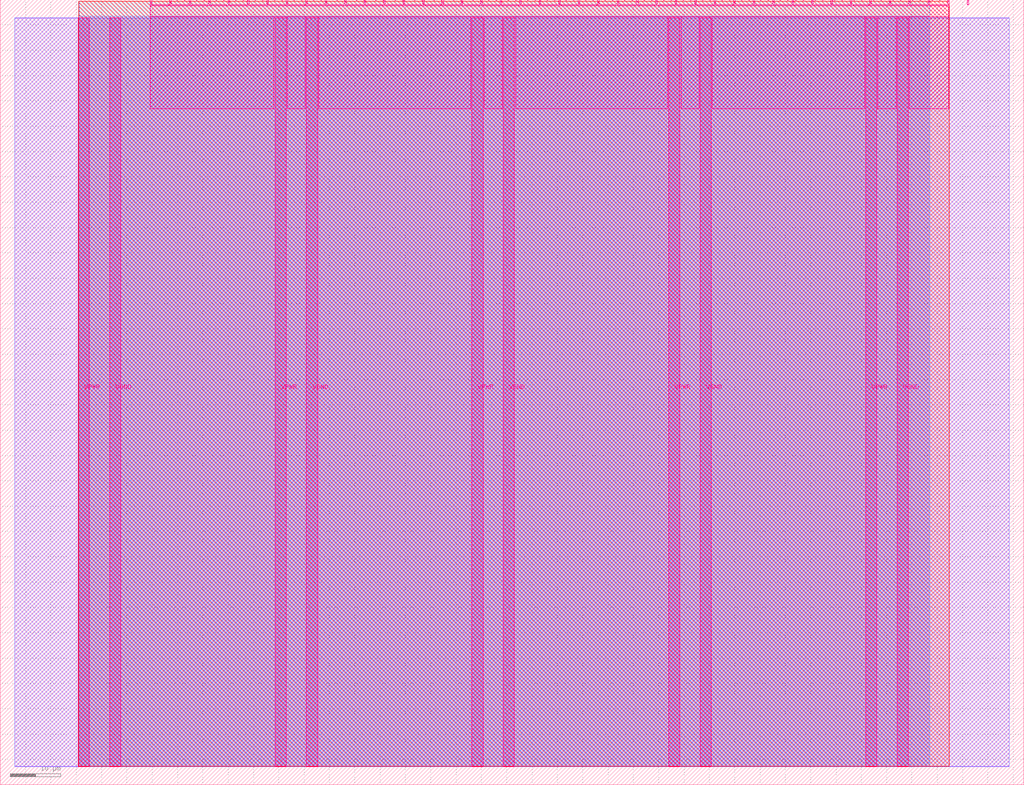
<source format=lef>
VERSION 5.7 ;
  NOWIREEXTENSIONATPIN ON ;
  DIVIDERCHAR "/" ;
  BUSBITCHARS "[]" ;
MACRO tt_um_flyingfish800
  CLASS BLOCK ;
  FOREIGN tt_um_flyingfish800 ;
  ORIGIN 0.000 0.000 ;
  SIZE 202.080 BY 154.980 ;
  PIN VGND
    DIRECTION INOUT ;
    USE GROUND ;
    PORT
      LAYER Metal5 ;
        RECT 21.580 3.560 23.780 151.420 ;
    END
    PORT
      LAYER Metal5 ;
        RECT 60.450 3.560 62.650 151.420 ;
    END
    PORT
      LAYER Metal5 ;
        RECT 99.320 3.560 101.520 151.420 ;
    END
    PORT
      LAYER Metal5 ;
        RECT 138.190 3.560 140.390 151.420 ;
    END
    PORT
      LAYER Metal5 ;
        RECT 177.060 3.560 179.260 151.420 ;
    END
  END VGND
  PIN VPWR
    DIRECTION INOUT ;
    USE POWER ;
    PORT
      LAYER Metal5 ;
        RECT 15.380 3.560 17.580 151.420 ;
    END
    PORT
      LAYER Metal5 ;
        RECT 54.250 3.560 56.450 151.420 ;
    END
    PORT
      LAYER Metal5 ;
        RECT 93.120 3.560 95.320 151.420 ;
    END
    PORT
      LAYER Metal5 ;
        RECT 131.990 3.560 134.190 151.420 ;
    END
    PORT
      LAYER Metal5 ;
        RECT 170.860 3.560 173.060 151.420 ;
    END
  END VPWR
  PIN clk
    DIRECTION INPUT ;
    USE SIGNAL ;
    ANTENNAGATEAREA 0.213200 ;
    PORT
      LAYER Metal5 ;
        RECT 187.050 153.980 187.350 154.980 ;
    END
  END clk
  PIN ena
    DIRECTION INPUT ;
    USE SIGNAL ;
    PORT
      LAYER Metal5 ;
        RECT 190.890 153.980 191.190 154.980 ;
    END
  END ena
  PIN rst_n
    DIRECTION INPUT ;
    USE SIGNAL ;
    ANTENNAGATEAREA 0.426400 ;
    PORT
      LAYER Metal5 ;
        RECT 183.210 153.980 183.510 154.980 ;
    END
  END rst_n
  PIN ui_in[0]
    DIRECTION INPUT ;
    USE SIGNAL ;
    ANTENNAGATEAREA 0.180700 ;
    PORT
      LAYER Metal5 ;
        RECT 179.370 153.980 179.670 154.980 ;
    END
  END ui_in[0]
  PIN ui_in[1]
    DIRECTION INPUT ;
    USE SIGNAL ;
    ANTENNAGATEAREA 0.180700 ;
    PORT
      LAYER Metal5 ;
        RECT 175.530 153.980 175.830 154.980 ;
    END
  END ui_in[1]
  PIN ui_in[2]
    DIRECTION INPUT ;
    USE SIGNAL ;
    ANTENNAGATEAREA 0.180700 ;
    PORT
      LAYER Metal5 ;
        RECT 171.690 153.980 171.990 154.980 ;
    END
  END ui_in[2]
  PIN ui_in[3]
    DIRECTION INPUT ;
    USE SIGNAL ;
    ANTENNAGATEAREA 0.180700 ;
    PORT
      LAYER Metal5 ;
        RECT 167.850 153.980 168.150 154.980 ;
    END
  END ui_in[3]
  PIN ui_in[4]
    DIRECTION INPUT ;
    USE SIGNAL ;
    ANTENNAGATEAREA 0.180700 ;
    PORT
      LAYER Metal5 ;
        RECT 164.010 153.980 164.310 154.980 ;
    END
  END ui_in[4]
  PIN ui_in[5]
    DIRECTION INPUT ;
    USE SIGNAL ;
    ANTENNAGATEAREA 0.180700 ;
    PORT
      LAYER Metal5 ;
        RECT 160.170 153.980 160.470 154.980 ;
    END
  END ui_in[5]
  PIN ui_in[6]
    DIRECTION INPUT ;
    USE SIGNAL ;
    ANTENNAGATEAREA 0.180700 ;
    PORT
      LAYER Metal5 ;
        RECT 156.330 153.980 156.630 154.980 ;
    END
  END ui_in[6]
  PIN ui_in[7]
    DIRECTION INPUT ;
    USE SIGNAL ;
    ANTENNAGATEAREA 0.180700 ;
    PORT
      LAYER Metal5 ;
        RECT 152.490 153.980 152.790 154.980 ;
    END
  END ui_in[7]
  PIN uio_in[0]
    DIRECTION INPUT ;
    USE SIGNAL ;
    PORT
      LAYER Metal5 ;
        RECT 148.650 153.980 148.950 154.980 ;
    END
  END uio_in[0]
  PIN uio_in[1]
    DIRECTION INPUT ;
    USE SIGNAL ;
    PORT
      LAYER Metal5 ;
        RECT 144.810 153.980 145.110 154.980 ;
    END
  END uio_in[1]
  PIN uio_in[2]
    DIRECTION INPUT ;
    USE SIGNAL ;
    PORT
      LAYER Metal5 ;
        RECT 140.970 153.980 141.270 154.980 ;
    END
  END uio_in[2]
  PIN uio_in[3]
    DIRECTION INPUT ;
    USE SIGNAL ;
    PORT
      LAYER Metal5 ;
        RECT 137.130 153.980 137.430 154.980 ;
    END
  END uio_in[3]
  PIN uio_in[4]
    DIRECTION INPUT ;
    USE SIGNAL ;
    PORT
      LAYER Metal5 ;
        RECT 133.290 153.980 133.590 154.980 ;
    END
  END uio_in[4]
  PIN uio_in[5]
    DIRECTION INPUT ;
    USE SIGNAL ;
    PORT
      LAYER Metal5 ;
        RECT 129.450 153.980 129.750 154.980 ;
    END
  END uio_in[5]
  PIN uio_in[6]
    DIRECTION INPUT ;
    USE SIGNAL ;
    PORT
      LAYER Metal5 ;
        RECT 125.610 153.980 125.910 154.980 ;
    END
  END uio_in[6]
  PIN uio_in[7]
    DIRECTION INPUT ;
    USE SIGNAL ;
    PORT
      LAYER Metal5 ;
        RECT 121.770 153.980 122.070 154.980 ;
    END
  END uio_in[7]
  PIN uio_oe[0]
    DIRECTION OUTPUT ;
    USE SIGNAL ;
    ANTENNADIFFAREA 0.392700 ;
    PORT
      LAYER Metal5 ;
        RECT 56.490 153.980 56.790 154.980 ;
    END
  END uio_oe[0]
  PIN uio_oe[1]
    DIRECTION OUTPUT ;
    USE SIGNAL ;
    ANTENNADIFFAREA 0.299200 ;
    PORT
      LAYER Metal5 ;
        RECT 52.650 153.980 52.950 154.980 ;
    END
  END uio_oe[1]
  PIN uio_oe[2]
    DIRECTION OUTPUT ;
    USE SIGNAL ;
    ANTENNADIFFAREA 0.299200 ;
    PORT
      LAYER Metal5 ;
        RECT 48.810 153.980 49.110 154.980 ;
    END
  END uio_oe[2]
  PIN uio_oe[3]
    DIRECTION OUTPUT ;
    USE SIGNAL ;
    ANTENNADIFFAREA 0.299200 ;
    PORT
      LAYER Metal5 ;
        RECT 44.970 153.980 45.270 154.980 ;
    END
  END uio_oe[3]
  PIN uio_oe[4]
    DIRECTION OUTPUT ;
    USE SIGNAL ;
    ANTENNADIFFAREA 0.299200 ;
    PORT
      LAYER Metal5 ;
        RECT 41.130 153.980 41.430 154.980 ;
    END
  END uio_oe[4]
  PIN uio_oe[5]
    DIRECTION OUTPUT ;
    USE SIGNAL ;
    ANTENNADIFFAREA 0.299200 ;
    PORT
      LAYER Metal5 ;
        RECT 37.290 153.980 37.590 154.980 ;
    END
  END uio_oe[5]
  PIN uio_oe[6]
    DIRECTION OUTPUT ;
    USE SIGNAL ;
    ANTENNADIFFAREA 0.299200 ;
    PORT
      LAYER Metal5 ;
        RECT 33.450 153.980 33.750 154.980 ;
    END
  END uio_oe[6]
  PIN uio_oe[7]
    DIRECTION OUTPUT ;
    USE SIGNAL ;
    ANTENNADIFFAREA 0.299200 ;
    PORT
      LAYER Metal5 ;
        RECT 29.610 153.980 29.910 154.980 ;
    END
  END uio_oe[7]
  PIN uio_out[0]
    DIRECTION OUTPUT ;
    USE SIGNAL ;
    ANTENNAGATEAREA 0.351000 ;
    ANTENNADIFFAREA 0.632400 ;
    PORT
      LAYER Metal5 ;
        RECT 87.210 153.980 87.510 154.980 ;
    END
  END uio_out[0]
  PIN uio_out[1]
    DIRECTION OUTPUT ;
    USE SIGNAL ;
    ANTENNAGATEAREA 0.351000 ;
    ANTENNADIFFAREA 0.632400 ;
    PORT
      LAYER Metal5 ;
        RECT 83.370 153.980 83.670 154.980 ;
    END
  END uio_out[1]
  PIN uio_out[2]
    DIRECTION OUTPUT ;
    USE SIGNAL ;
    ANTENNAGATEAREA 0.351000 ;
    ANTENNADIFFAREA 0.632400 ;
    PORT
      LAYER Metal5 ;
        RECT 79.530 153.980 79.830 154.980 ;
    END
  END uio_out[2]
  PIN uio_out[3]
    DIRECTION OUTPUT ;
    USE SIGNAL ;
    ANTENNAGATEAREA 0.109200 ;
    ANTENNADIFFAREA 0.632400 ;
    PORT
      LAYER Metal5 ;
        RECT 75.690 153.980 75.990 154.980 ;
    END
  END uio_out[3]
  PIN uio_out[4]
    DIRECTION OUTPUT ;
    USE SIGNAL ;
    ANTENNAGATEAREA 0.109200 ;
    ANTENNADIFFAREA 0.632400 ;
    PORT
      LAYER Metal5 ;
        RECT 71.850 153.980 72.150 154.980 ;
    END
  END uio_out[4]
  PIN uio_out[5]
    DIRECTION OUTPUT ;
    USE SIGNAL ;
    ANTENNAGATEAREA 0.109200 ;
    ANTENNADIFFAREA 0.632400 ;
    PORT
      LAYER Metal5 ;
        RECT 68.010 153.980 68.310 154.980 ;
    END
  END uio_out[5]
  PIN uio_out[6]
    DIRECTION OUTPUT ;
    USE SIGNAL ;
    ANTENNAGATEAREA 0.109200 ;
    ANTENNADIFFAREA 0.632400 ;
    PORT
      LAYER Metal5 ;
        RECT 64.170 153.980 64.470 154.980 ;
    END
  END uio_out[6]
  PIN uio_out[7]
    DIRECTION OUTPUT ;
    USE SIGNAL ;
    ANTENNAGATEAREA 0.109200 ;
    ANTENNADIFFAREA 0.632400 ;
    PORT
      LAYER Metal5 ;
        RECT 60.330 153.980 60.630 154.980 ;
    END
  END uio_out[7]
  PIN uo_out[0]
    DIRECTION OUTPUT ;
    USE SIGNAL ;
    ANTENNAGATEAREA 0.109200 ;
    ANTENNADIFFAREA 0.632400 ;
    PORT
      LAYER Metal5 ;
        RECT 117.930 153.980 118.230 154.980 ;
    END
  END uo_out[0]
  PIN uo_out[1]
    DIRECTION OUTPUT ;
    USE SIGNAL ;
    ANTENNAGATEAREA 0.351000 ;
    ANTENNADIFFAREA 0.632400 ;
    PORT
      LAYER Metal5 ;
        RECT 114.090 153.980 114.390 154.980 ;
    END
  END uo_out[1]
  PIN uo_out[2]
    DIRECTION OUTPUT ;
    USE SIGNAL ;
    ANTENNAGATEAREA 0.676000 ;
    ANTENNADIFFAREA 0.632400 ;
    PORT
      LAYER Metal5 ;
        RECT 110.250 153.980 110.550 154.980 ;
    END
  END uo_out[2]
  PIN uo_out[3]
    DIRECTION OUTPUT ;
    USE SIGNAL ;
    ANTENNAGATEAREA 0.592800 ;
    ANTENNADIFFAREA 0.632400 ;
    PORT
      LAYER Metal5 ;
        RECT 106.410 153.980 106.710 154.980 ;
    END
  END uo_out[3]
  PIN uo_out[4]
    DIRECTION OUTPUT ;
    USE SIGNAL ;
    ANTENNAGATEAREA 0.351000 ;
    ANTENNADIFFAREA 0.632400 ;
    PORT
      LAYER Metal5 ;
        RECT 102.570 153.980 102.870 154.980 ;
    END
  END uo_out[4]
  PIN uo_out[5]
    DIRECTION OUTPUT ;
    USE SIGNAL ;
    ANTENNAGATEAREA 0.592800 ;
    ANTENNADIFFAREA 0.632400 ;
    PORT
      LAYER Metal5 ;
        RECT 98.730 153.980 99.030 154.980 ;
    END
  END uo_out[5]
  PIN uo_out[6]
    DIRECTION OUTPUT ;
    USE SIGNAL ;
    ANTENNAGATEAREA 0.543400 ;
    ANTENNADIFFAREA 0.632400 ;
    PORT
      LAYER Metal5 ;
        RECT 94.890 153.980 95.190 154.980 ;
    END
  END uo_out[6]
  PIN uo_out[7]
    DIRECTION OUTPUT ;
    USE SIGNAL ;
    ANTENNAGATEAREA 0.917800 ;
    ANTENNADIFFAREA 0.632400 ;
    PORT
      LAYER Metal5 ;
        RECT 91.050 153.980 91.350 154.980 ;
    END
  END uo_out[7]
  OBS
      LAYER GatPoly ;
        RECT 2.880 3.630 199.200 151.350 ;
      LAYER Metal1 ;
        RECT 2.880 3.560 199.200 151.420 ;
      LAYER Metal2 ;
        RECT 15.515 3.680 183.505 151.720 ;
      LAYER Metal3 ;
        RECT 15.560 3.635 183.460 154.705 ;
      LAYER Metal4 ;
        RECT 15.515 3.680 187.345 154.660 ;
      LAYER Metal5 ;
        RECT 30.120 153.770 33.240 153.980 ;
        RECT 33.960 153.770 37.080 153.980 ;
        RECT 37.800 153.770 40.920 153.980 ;
        RECT 41.640 153.770 44.760 153.980 ;
        RECT 45.480 153.770 48.600 153.980 ;
        RECT 49.320 153.770 52.440 153.980 ;
        RECT 53.160 153.770 56.280 153.980 ;
        RECT 57.000 153.770 60.120 153.980 ;
        RECT 60.840 153.770 63.960 153.980 ;
        RECT 64.680 153.770 67.800 153.980 ;
        RECT 68.520 153.770 71.640 153.980 ;
        RECT 72.360 153.770 75.480 153.980 ;
        RECT 76.200 153.770 79.320 153.980 ;
        RECT 80.040 153.770 83.160 153.980 ;
        RECT 83.880 153.770 87.000 153.980 ;
        RECT 87.720 153.770 90.840 153.980 ;
        RECT 91.560 153.770 94.680 153.980 ;
        RECT 95.400 153.770 98.520 153.980 ;
        RECT 99.240 153.770 102.360 153.980 ;
        RECT 103.080 153.770 106.200 153.980 ;
        RECT 106.920 153.770 110.040 153.980 ;
        RECT 110.760 153.770 113.880 153.980 ;
        RECT 114.600 153.770 117.720 153.980 ;
        RECT 118.440 153.770 121.560 153.980 ;
        RECT 122.280 153.770 125.400 153.980 ;
        RECT 126.120 153.770 129.240 153.980 ;
        RECT 129.960 153.770 133.080 153.980 ;
        RECT 133.800 153.770 136.920 153.980 ;
        RECT 137.640 153.770 140.760 153.980 ;
        RECT 141.480 153.770 144.600 153.980 ;
        RECT 145.320 153.770 148.440 153.980 ;
        RECT 149.160 153.770 152.280 153.980 ;
        RECT 153.000 153.770 156.120 153.980 ;
        RECT 156.840 153.770 159.960 153.980 ;
        RECT 160.680 153.770 163.800 153.980 ;
        RECT 164.520 153.770 167.640 153.980 ;
        RECT 168.360 153.770 171.480 153.980 ;
        RECT 172.200 153.770 175.320 153.980 ;
        RECT 176.040 153.770 179.160 153.980 ;
        RECT 179.880 153.770 183.000 153.980 ;
        RECT 183.720 153.770 186.840 153.980 ;
        RECT 29.660 151.630 187.300 153.770 ;
        RECT 29.660 133.415 54.040 151.630 ;
        RECT 56.660 133.415 60.240 151.630 ;
        RECT 62.860 133.415 92.910 151.630 ;
        RECT 95.530 133.415 99.110 151.630 ;
        RECT 101.730 133.415 131.780 151.630 ;
        RECT 134.400 133.415 137.980 151.630 ;
        RECT 140.600 133.415 170.650 151.630 ;
        RECT 173.270 133.415 176.850 151.630 ;
        RECT 179.470 133.415 187.300 151.630 ;
  END
END tt_um_flyingfish800
END LIBRARY


</source>
